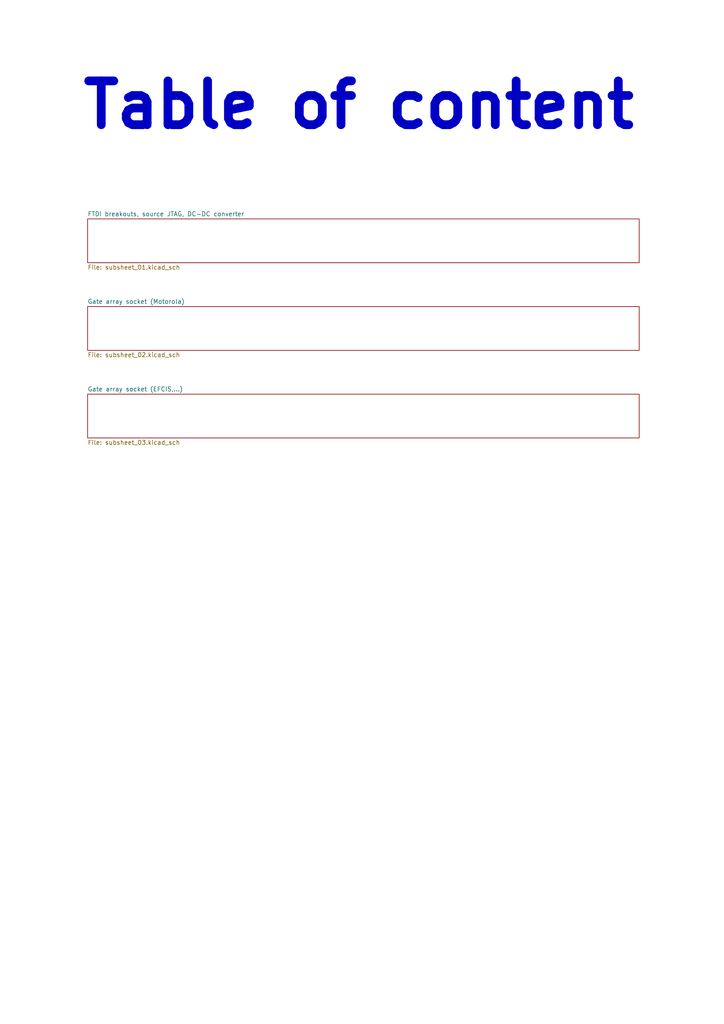
<source format=kicad_sch>
(kicad_sch (version 20230121) (generator eeschema)
  (paper "A4" portrait)
  (title_block (title "Thomson MO5 — Gate array development board") (date "2025-07-12") (rev "v0.0.0-draft") (company "Sporniket.com"))
  (lib_symbols)
  (text "Table of content" (at 22.86 38.1 0) (effects (font (size 12.7 12.7) (thickness 2.54) bold) (justify left bottom)))
  (sheet (at 25.4 114.3) (size 160.02 12.7) (stroke (width 0.1524))
    (property "Sheetname" "Gate array socket (EFCIS,...)" (at 25.4 113.5884 0) (effects (justify left bottom)))
    (property "Sheetfile" "subsheet_03.kicad_sch" (at 25.4 127.5846 0) (effects (justify left top)))
  )
  (sheet (at 25.4 88.9) (size 160.02 12.7) (stroke (width 0.1524))
    (property "Sheetname" "Gate array socket (Motorola)" (at 25.4 88.1884 0) (effects (justify left bottom)))
    (property "Sheetfile" "subsheet_02.kicad_sch" (at 25.4 102.1846 0) (effects (justify left top)))
  )
  (sheet (at 25.4 63.5) (size 160.02 12.7) (stroke (width 0.1524))
    (property "Sheetname" "FTDI breakouts, source JTAG, DC-DC converter" (at 25.4 62.7884 0) (effects (justify left bottom)))
    (property "Sheetfile" "subsheet_01.kicad_sch" (at 25.4 76.7846 0) (effects (justify left top)))
  )
)
</source>
